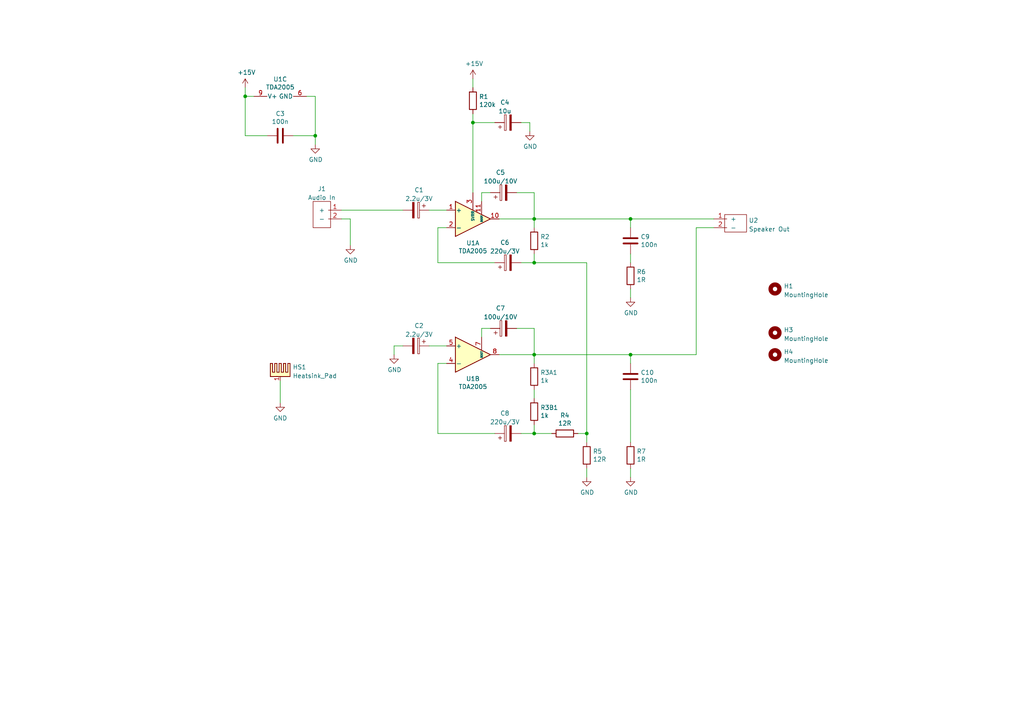
<source format=kicad_sch>
(kicad_sch (version 20231120) (generator "eeschema") (generator_version "8.0")
  (paper "A4")
  (lib_symbols
    (symbol "Amplifier_Audio:TDA2005" (pin_names (offset 0.127))
      (property "Reference" "U" (at 7.62 6.35 0))
      (property "Value" "TDA2005" (at 7.62 3.81 0))
      (symbol "TDA2005_1_1"
        (polyline (pts (xy -5.08 5.08) (xy 5.08 0) (xy -5.08 -5.08) (xy -5.08 5.08)) (stroke (width 0.254)) (fill (type background)))
        (pin input line (at -7.62 2.54 0) (length 2.54) (name "+") (number "1"))
        (pin output line (at 7.62 0 180) (length 2.54) (name "~") (number "10"))
        (pin passive line (at 2.54 5.08 270) (length 3.81) (name "BOOT") (number "11"))
        (pin input line (at -7.62 -2.54 0) (length 2.54) (name "-") (number "2"))
        (pin passive line (at 0 7.62 270) (length 5.08) (name "SVRR") (number "3"))
      )
      (symbol "TDA2005_2_1"
        (polyline (pts (xy -5.08 5.08) (xy 5.08 0) (xy -5.08 -5.08) (xy -5.08 5.08)) (stroke (width 0.254)) (fill (type background)))
        (pin input line (at -7.62 -2.54 0) (length 2.54) (name "-") (number "4"))
        (pin input line (at -7.62 2.54 0) (length 2.54) (name "+") (number "5"))
        (pin passive line (at 2.54 5.08 270) (length 3.81) (name "BOOT") (number "7"))
        (pin output line (at 7.62 0 180) (length 2.54) (name "~") (number "8"))
      )
      (symbol "TDA2005_3_1"
        (pin power_in line (at -2.54 -7.62 90) (length 3.81) (name "GND") (number "6"))
        (pin power_in line (at -2.54 7.62 270) (length 3.81) (name "V+") (number "9"))
      )
    )
    (symbol "Device:C" (pin_numbers hide) (pin_names (offset 0.254))
      (property "Reference" "C" (at 0.635 2.54 0))
      (property "Value" "C" (at 0.635 -2.54 0))
      (symbol "C_0_1"
        (polyline (pts (xy -2.032 -0.762) (xy 2.032 -0.762)) (stroke (width 0.508)))
        (polyline (pts (xy -2.032 0.762) (xy 2.032 0.762)) (stroke (width 0.508)))
      )
      (symbol "C_1_1"
        (pin passive line (at 0 3.81 270) (length 2.794) (name "~") (number "1"))
        (pin passive line (at 0 -3.81 90) (length 2.794) (name "~") (number "2"))
      )
    )
    (symbol "Device:C_Polarized" (pin_numbers hide) (pin_names (offset 0.254))
      (property "Reference" "C" (at 0.635 2.54 0))
      (property "Value" "C_Polarized" (at 0.635 -2.54 0))
      (symbol "C_Polarized_0_1"
        (rectangle (start -2.286 0.508) (end 2.286 1.016))
        (polyline (pts (xy -1.778 2.286) (xy -0.762 2.286)))
        (polyline (pts (xy -1.27 2.794) (xy -1.27 1.778)))
        (rectangle (start 2.286 -0.508) (end -2.286 -1.016) (fill (type outline)))
      )
      (symbol "C_Polarized_1_1"
        (pin passive line (at 0 3.81 270) (length 2.794) (name "~") (number "1"))
        (pin passive line (at 0 -3.81 90) (length 2.794) (name "~") (number "2"))
      )
    )
    (symbol "Device:R" (pin_numbers hide) (pin_names (offset 0))
      (property "Reference" "R" (at 2.032 0 90))
      (property "Value" "R" (at 0 0 90))
      (symbol "R_0_1"
        (rectangle (start -1.016 -2.54) (end 1.016 2.54) (stroke (width 0.254)))
      )
      (symbol "R_1_1"
        (pin passive line (at 0 3.81 270) (length 1.27) (name "~") (number "1"))
        (pin passive line (at 0 -3.81 90) (length 1.27) (name "~") (number "2"))
      )
    )
    (symbol "Mechanical:Heatsink_Pad" (pin_names (offset 0))
      (property "Reference" "HS" (at 0 5.715 0))
      (property "Value" "Heatsink_Pad" (at 0 3.81 0))
      (symbol "Heatsink_Pad_0_1"
        (polyline (pts (xy -0.3302 0) (xy -0.9652 0) (xy -0.9652 2.54) (xy -1.6002 2.54) (xy -1.6002 0) (xy -2.2352 0) (xy -2.2352 2.54) (xy -2.8702 2.54) (xy -2.8702 -1.27) (xy -0.9652 -1.27)) (stroke (width 0.254)) (fill (type background)))
        (polyline (pts (xy -0.3302 0) (xy -0.3302 2.54) (xy 0.3048 2.54) (xy 0.3048 0) (xy 0.9398 0) (xy 0.9398 2.54) (xy 1.5748 2.54) (xy 1.5748 0) (xy 2.2098 0) (xy 2.2098 2.54) (xy 2.8448 2.54) (xy 2.8448 -1.27) (xy -0.9652 -1.27)) (stroke (width 0.254)) (fill (type background)))
      )
      (symbol "Heatsink_Pad_1_1"
        (pin passive line (at 0 -2.54 90) (length 1.27) (name "~") (number "1"))
      )
    )
    (symbol "Mechanical:MountingHole" (pin_names (offset 1.016))
      (property "Reference" "H" (at 0 5.08 0))
      (property "Value" "MountingHole" (at 0 3.175 0))
      (symbol "MountingHole_0_1"
        (circle (center 0 0) (radius 1.27) (stroke (width 1.27)))
      )
    )
    (symbol "My_Headers:2-pin_Audio" (pin_names (offset 1.016))
      (property "Reference" "J" (at -0.635 6.35 0))
      (property "Value" "2-pin_Audio" (at 1.27 -4.445 0))
      (symbol "2-pin_Audio_0_1"
        (polyline (pts (xy -1.905 5.08) (xy 3.175 5.08) (xy 3.175 -2.54) (xy -1.905 -2.54) (xy -1.905 5.08)) (stroke (width 0.1524)))
      )
      (symbol "2-pin_Audio_1_1"
        (pin bidirectional line (at -5.08 2.54 0) (length 3.81) (name "+") (number "1"))
        (pin bidirectional line (at -5.08 0 0) (length 3.81) (name "-") (number "2"))
      )
    )
    (symbol "My_Parts:2-pole_power_in_screw_terminal" (pin_names (offset 1.016))
      (property "Reference" "U" (at 4.445 3.175 0))
      (property "Value" "2-pole_power_in_screw_terminal" (at 6.35 -5.715 0))
      (symbol "2-pole_power_in_screw_terminal_0_1"
        (rectangle (start 3.175 1.27) (end 9.525 -3.81))
      )
      (symbol "2-pole_power_in_screw_terminal_1_1"
        (pin power_in line (at 0 0 0) (length 3.81) (name "+") (number "1"))
        (pin power_in line (at 0 -2.54 0) (length 3.81) (name "-") (number "2"))
      )
    )
    (symbol "power:+15V" (power) (pin_names (offset 0))
      (property "Value" "+15V" (at 0 3.556 0))
      (symbol "+15V_0_1"
        (polyline (pts (xy -0.762 1.27) (xy 0 2.54)))
        (polyline (pts (xy 0 0) (xy 0 2.54)))
        (polyline (pts (xy 0 2.54) (xy 0.762 1.27)))
      )
      (symbol "+15V_1_1"
        (pin power_in line (at 0 0 90) (length 0) hide (name "+15V") (number "1"))
      )
    )
    (symbol "power:GND" (power) (pin_names (offset 0))
      (property "Value" "GND" (at 0 -3.81 0))
      (symbol "GND_0_1"
        (polyline (pts (xy 0 0) (xy 0 -1.27) (xy 1.27 -1.27) (xy 0 -2.54) (xy -1.27 -1.27) (xy 0 -1.27)))
      )
      (symbol "GND_1_1"
        (pin power_in line (at 0 0 270) (length 0) hide (name "GND") (number "1"))
      )
    )
  )
  (junction (at 182.88 102.87))
  (junction (at 91.44 39.37))
  (junction (at 170.18 125.73))
  (junction (at 182.88 63.5))
  (junction (at 154.94 76.2))
  (junction (at 154.94 102.87))
  (junction (at 71.12 27.94))
  (junction (at 154.94 125.73))
  (junction (at 137.16 35.56))
  (junction (at 154.94 63.5))
  (wire (pts (xy 170.18 138.43) (xy 170.18 135.89)))
  (wire (pts (xy 91.44 39.37) (xy 91.44 41.91)))
  (wire (pts (xy 127 125.73) (xy 127 105.41)))
  (wire (pts (xy 114.3 100.33) (xy 114.3 102.87)))
  (wire (pts (xy 182.88 76.2) (xy 182.88 73.66)))
  (wire (pts (xy 182.88 102.87) (xy 201.93 102.87)))
  (wire (pts (xy 154.94 63.5) (xy 144.78 63.5)))
  (wire (pts (xy 182.88 138.43) (xy 182.88 135.89)))
  (wire (pts (xy 88.9 27.94) (xy 91.44 27.94)))
  (wire (pts (xy 139.7 95.25) (xy 139.7 97.79)))
  (wire (pts (xy 154.94 66.04) (xy 154.94 63.5)))
  (wire (pts (xy 73.66 27.94) (xy 71.12 27.94)))
  (wire (pts (xy 154.94 125.73) (xy 160.02 125.73)))
  (wire (pts (xy 154.94 76.2) (xy 170.18 76.2)))
  (wire (pts (xy 142.24 55.88) (xy 139.7 55.88)))
  (wire (pts (xy 154.94 102.87) (xy 154.94 105.41)))
  (wire (pts (xy 154.94 115.57) (xy 154.94 113.03)))
  (wire (pts (xy 71.12 27.94) (xy 71.12 39.37)))
  (wire (pts (xy 91.44 27.94) (xy 91.44 39.37)))
  (wire (pts (xy 81.28 110.49) (xy 81.28 116.84)))
  (wire (pts (xy 129.54 66.04) (xy 127 66.04)))
  (wire (pts (xy 170.18 128.27) (xy 170.18 125.73)))
  (wire (pts (xy 151.13 125.73) (xy 154.94 125.73)))
  (wire (pts (xy 182.88 63.5) (xy 207.01 63.5)))
  (wire (pts (xy 129.54 60.96) (xy 124.46 60.96)))
  (wire (pts (xy 154.94 55.88) (xy 154.94 63.5)))
  (wire (pts (xy 71.12 27.94) (xy 71.12 25.4)))
  (wire (pts (xy 139.7 55.88) (xy 139.7 58.42)))
  (wire (pts (xy 154.94 102.87) (xy 182.88 102.87)))
  (wire (pts (xy 154.94 102.87) (xy 144.78 102.87)))
  (wire (pts (xy 182.88 128.27) (xy 182.88 113.03)))
  (wire (pts (xy 153.67 35.56) (xy 153.67 38.1)))
  (wire (pts (xy 127 66.04) (xy 127 76.2)))
  (wire (pts (xy 71.12 39.37) (xy 77.47 39.37)))
  (wire (pts (xy 137.16 33.02) (xy 137.16 35.56)))
  (wire (pts (xy 137.16 35.56) (xy 137.16 55.88)))
  (wire (pts (xy 182.88 86.36) (xy 182.88 83.82)))
  (wire (pts (xy 170.18 125.73) (xy 167.64 125.73)))
  (wire (pts (xy 170.18 76.2) (xy 170.18 125.73)))
  (wire (pts (xy 154.94 76.2) (xy 154.94 73.66)))
  (wire (pts (xy 201.93 66.04) (xy 207.01 66.04)))
  (wire (pts (xy 143.51 35.56) (xy 137.16 35.56)))
  (wire (pts (xy 182.88 105.41) (xy 182.88 102.87)))
  (wire (pts (xy 151.13 76.2) (xy 154.94 76.2)))
  (wire (pts (xy 182.88 66.04) (xy 182.88 63.5)))
  (wire (pts (xy 151.13 35.56) (xy 153.67 35.56)))
  (wire (pts (xy 154.94 123.19) (xy 154.94 125.73)))
  (wire (pts (xy 99.06 60.96) (xy 116.84 60.96)))
  (wire (pts (xy 143.51 125.73) (xy 127 125.73)))
  (wire (pts (xy 137.16 25.4) (xy 137.16 22.86)))
  (wire (pts (xy 127 105.41) (xy 129.54 105.41)))
  (wire (pts (xy 129.54 100.33) (xy 124.46 100.33)))
  (wire (pts (xy 149.86 95.25) (xy 154.94 95.25)))
  (wire (pts (xy 142.24 95.25) (xy 139.7 95.25)))
  (wire (pts (xy 91.44 39.37) (xy 85.09 39.37)))
  (wire (pts (xy 201.93 102.87) (xy 201.93 66.04)))
  (wire (pts (xy 101.6 63.5) (xy 99.06 63.5)))
  (wire (pts (xy 154.94 95.25) (xy 154.94 102.87)))
  (wire (pts (xy 127 76.2) (xy 143.51 76.2)))
  (wire (pts (xy 182.88 63.5) (xy 154.94 63.5)))
  (wire (pts (xy 149.86 55.88) (xy 154.94 55.88)))
  (wire (pts (xy 116.84 100.33) (xy 114.3 100.33)))
  (wire (pts (xy 101.6 63.5) (xy 101.6 71.12)))
  (symbol (lib_id "Amplifier_Audio:TDA2005") (at 137.16 63.5 0) (unit 1)
    (property "Reference" "U1" (at 137.16 70.485 0))
    (property "Value" "TDA2005" (at 137.16 72.7964 0))
    (property "Footprint" "My_Misc:TO-220-11_P3.4x5.08mm_StaggerOdd_Lead4.85mm_Vertical_large" (effects (hide yes)))
    (property "Datasheet" "EK#40352105" (effects (hide yes)))
  )
  (symbol (lib_id "Amplifier_Audio:TDA2005") (at 137.16 102.87 0) (unit 2)
    (property "Reference" "U1" (at 137.16 109.855 0))
    (property "Value" "TDA2005" (at 137.16 112.1664 0))
    (property "Footprint" "My_Misc:TO-220-11_P3.4x5.08mm_StaggerOdd_Lead4.85mm_Vertical_large" (effects (hide yes)))
    (property "Datasheet" "EK#40352105" (effects (hide yes)))
  )
  (symbol (lib_id "Amplifier_Audio:TDA2005") (at 81.28 25.4 90) (unit 3)
    (property "Reference" "U1" (at 81.28 22.987 90))
    (property "Value" "TDA2005" (at 81.28 25.2984 90))
    (property "Footprint" "My_Misc:TO-220-11_P3.4x5.08mm_StaggerOdd_Lead4.85mm_Vertical_large" (effects (hide yes)))
    (property "Datasheet" "EK#40352105" (effects (hide yes)))
  )
  (symbol (lib_id "power:GND") (at 114.3 102.87 0) (unit 1)
    (property "Reference" "#PWR0101" (effects (hide yes)))
    (property "Value" "GND" (at 114.427 107.2642 0))
  )
  (symbol (lib_id "power:+15V") (at 71.12 25.4 0) (unit 1)
    (property "Reference" "#PWR0102" (effects (hide yes)))
    (property "Value" "+15V" (at 71.501 21.0058 0))
  )
  (symbol (lib_id "Device:C") (at 81.28 39.37 270) (unit 1)
    (property "Reference" "C3" (at 81.28 32.9692 90))
    (property "Value" "100n" (at 81.28 35.2806 90))
    (property "Footprint" "My_Misc:C_Disc_D7.5mm_W2.5mm_P5.00mm_larger" (effects (hide yes)))
    (property "Datasheet" "EK#40512510" (effects (hide yes)))
  )
  (symbol (lib_id "power:GND") (at 91.44 41.91 0) (unit 1)
    (property "Reference" "#PWR0103" (effects (hide yes)))
    (property "Value" "GND" (at 91.567 46.3042 0))
  )
  (symbol (lib_id "Device:R") (at 137.16 29.21 0) (unit 1)
    (property "Reference" "R1" (at 138.938 28.0416 0) (effects (justify left)))
    (property "Value" "120k" (at 138.938 30.353 0) (effects (justify left)))
    (property "Footprint" "My_Misc:R_Axial_DIN0414_L11.9mm_D4.5mm_P15.24mm_Horizontal_larger" (effects (hide yes)))
    (property "Datasheet" "EK#40812049" (effects (hide yes)))
  )
  (symbol (lib_id "power:+15V") (at 137.16 22.86 0) (unit 1)
    (property "Reference" "#PWR0104" (effects (hide yes)))
    (property "Value" "+15V" (at 137.541 18.4658 0))
  )
  (symbol (lib_id "power:GND") (at 153.67 38.1 0) (unit 1)
    (property "Reference" "#PWR0105" (effects (hide yes)))
    (property "Value" "GND" (at 153.797 42.4942 0))
  )
  (symbol (lib_id "Device:R") (at 154.94 69.85 0) (unit 1)
    (property "Reference" "R2" (at 156.718 68.6816 0) (effects (justify left)))
    (property "Value" "1k" (at 156.718 70.993 0) (effects (justify left)))
    (property "Footprint" "My_Misc:R_Axial_DIN0414_L11.9mm_D4.5mm_P15.24mm_Horizontal_larger" (effects (hide yes)))
    (property "Datasheet" "EK#40812024" (effects (hide yes)))
  )
  (symbol (lib_id "Device:R") (at 154.94 109.22 0) (unit 1)
    (property "Reference" "R3A1" (at 156.718 108.0516 0) (effects (justify left)))
    (property "Value" "1k" (at 156.718 110.363 0) (effects (justify left)))
    (property "Footprint" "My_Misc:R_Axial_DIN0414_L11.9mm_D4.5mm_P15.24mm_Horizontal_larger" (effects (hide yes)))
    (property "Datasheet" "EK#40812024" (effects (hide yes)))
  )
  (symbol (lib_id "Device:R") (at 163.83 125.73 270) (unit 1)
    (property "Reference" "R4" (at 163.83 120.4722 90))
    (property "Value" "12R" (at 163.83 122.7836 90))
    (property "Footprint" "My_Misc:R_Axial_DIN0414_L11.9mm_D4.5mm_P15.24mm_Horizontal_larger" (effects (hide yes)))
    (property "Datasheet" "EK#40812001" (effects (hide yes)))
  )
  (symbol (lib_id "Device:R") (at 170.18 132.08 0) (unit 1)
    (property "Reference" "R5" (at 171.958 130.9116 0) (effects (justify left)))
    (property "Value" "12R" (at 171.958 133.223 0) (effects (justify left)))
    (property "Footprint" "My_Misc:R_Axial_DIN0414_L11.9mm_D4.5mm_P15.24mm_Horizontal_larger" (effects (hide yes)))
    (property "Datasheet" "EK#40812001" (effects (hide yes)))
  )
  (symbol (lib_id "power:GND") (at 170.18 138.43 0) (unit 1)
    (property "Reference" "#PWR0106" (effects (hide yes)))
    (property "Value" "GND" (at 170.307 142.8242 0))
  )
  (symbol (lib_id "Device:C") (at 182.88 69.85 0) (unit 1)
    (property "Reference" "C9" (at 185.801 68.6816 0) (effects (justify left)))
    (property "Value" "100n" (at 185.801 70.993 0) (effects (justify left)))
    (property "Footprint" "My_Misc:C_Disc_D7.5mm_W2.5mm_P5.00mm_larger" (effects (hide yes)))
    (property "Datasheet" "EK#40512510" (effects (hide yes)))
  )
  (symbol (lib_id "Device:R") (at 182.88 80.01 0) (unit 1)
    (property "Reference" "R6" (at 184.658 78.8416 0) (effects (justify left)))
    (property "Value" "1R" (at 184.658 81.153 0) (effects (justify left)))
    (property "Footprint" "My_Misc:R_Axial_DIN0414_L11.9mm_D4.5mm_P15.24mm_Horizontal_larger" (effects (hide yes)))
    (property "Datasheet" "EK#40812080" (effects (hide yes)))
  )
  (symbol (lib_id "power:GND") (at 182.88 86.36 0) (unit 1)
    (property "Reference" "#PWR0107" (effects (hide yes)))
    (property "Value" "GND" (at 183.007 90.7542 0))
  )
  (symbol (lib_id "Device:C") (at 182.88 109.22 0) (unit 1)
    (property "Reference" "C10" (at 185.801 108.0516 0) (effects (justify left)))
    (property "Value" "100n" (at 185.801 110.363 0) (effects (justify left)))
    (property "Footprint" "My_Misc:C_Disc_D7.5mm_W2.5mm_P5.00mm_larger" (effects (hide yes)))
    (property "Datasheet" "EK#40512510" (effects (hide yes)))
  )
  (symbol (lib_id "Device:R") (at 182.88 132.08 0) (unit 1)
    (property "Reference" "R7" (at 184.658 130.9116 0) (effects (justify left)))
    (property "Value" "1R" (at 184.658 133.223 0) (effects (justify left)))
    (property "Footprint" "My_Misc:R_Axial_DIN0414_L11.9mm_D4.5mm_P15.24mm_Horizontal_larger" (effects (hide yes)))
    (property "Datasheet" "EK#40812080" (effects (hide yes)))
  )
  (symbol (lib_id "power:GND") (at 182.88 138.43 0) (unit 1)
    (property "Reference" "#PWR0108" (effects (hide yes)))
    (property "Value" "GND" (at 183.007 142.8242 0))
  )
  (symbol (lib_id "power:GND") (at 101.6 71.12 0) (unit 1)
    (property "Reference" "#PWR0109" (effects (hide yes)))
    (property "Value" "GND" (at 101.727 75.5142 0))
  )
  (symbol (lib_id "Device:R") (at 154.94 119.38 0) (unit 1)
    (property "Reference" "R3B1" (at 156.718 118.2116 0) (effects (justify left)))
    (property "Value" "1k" (at 156.718 120.523 0) (effects (justify left)))
    (property "Footprint" "My_Misc:R_Axial_DIN0414_L11.9mm_D4.5mm_P15.24mm_Horizontal_larger" (effects (hide yes)))
    (property "Datasheet" "EK#40812024" (effects (hide yes)))
  )
  (symbol (lib_id "Device:C_Polarized") (at 120.65 100.33 270) (unit 1)
    (property "Reference" "C2" (at 121.539 94.4712 90))
    (property "Value" "2.2u{slash}3V" (at 121.539 97.0081 90))
    (property "Footprint" "My_Misc:CP_Radial_D5.0mm_P2.00mm_larger" (effects (hide yes)))
  )
  (symbol (lib_id "Device:C_Polarized") (at 147.32 76.2 90) (unit 1)
    (property "Reference" "C6" (at 146.431 70.3412 90))
    (property "Value" "220u{slash}3V" (at 146.431 72.8781 90))
    (property "Footprint" "My_Misc:CP_Radial_D10.0mm_P5.00mm_larger" (effects (hide yes)))
  )
  (symbol (lib_id "Device:C_Polarized") (at 147.32 125.73 90) (unit 1)
    (property "Reference" "C8" (at 146.431 119.8712 90))
    (property "Value" "220u{slash}3V" (at 146.431 122.4081 90))
    (property "Footprint" "My_Misc:CP_Radial_D10.0mm_P5.00mm_larger" (effects (hide yes)))
  )
  (symbol (lib_id "Mechanical:MountingHole") (at 224.79 96.52 0) (unit 1)
    (property "Reference" "H3" (at 227.33 95.6853 0) (effects (justify left)))
    (property "Value" "MountingHole" (at 227.33 98.2222 0) (effects (justify left)))
    (property "Footprint" "MountingHole:MountingHole_3.2mm_M3" (effects (hide yes)))
  )
  (symbol (lib_id "Mechanical:MountingHole") (at 224.79 83.82 0) (unit 1)
    (property "Reference" "H1" (at 227.33 82.9853 0) (effects (justify left)))
    (property "Value" "MountingHole" (at 227.33 85.5222 0) (effects (justify left)))
    (property "Footprint" "MountingHole:MountingHole_3.2mm_M3" (effects (hide yes)))
  )
  (symbol (lib_id "power:GND") (at 81.28 116.84 0) (unit 1)
    (property "Reference" "#PWR0110" (effects (hide yes)))
    (property "Value" "GND" (at 81.28 121.2834 0))
  )
  (symbol (lib_id "Mechanical:MountingHole") (at 224.79 102.87 0) (unit 1)
    (property "Reference" "H4" (at 227.33 102.0353 0) (effects (justify left)))
    (property "Value" "MountingHole" (at 227.33 104.5722 0) (effects (justify left)))
    (property "Footprint" "MountingHole:MountingHole_3.2mm_M3" (effects (hide yes)))
  )
  (symbol (lib_id "Device:C_Polarized") (at 120.65 60.96 270) (unit 1)
    (property "Reference" "C1" (at 121.539 55.1012 90))
    (property "Value" "2.2u{slash}3V" (at 121.539 57.6381 90))
    (property "Footprint" "My_Misc:CP_Radial_D5.0mm_P2.00mm_larger" (effects (hide yes)))
  )
  (symbol (lib_id "Device:C_Polarized") (at 147.32 35.56 90) (unit 1)
    (property "Reference" "C4" (at 146.431 29.7012 90))
    (property "Value" "10u" (at 146.431 32.2381 90))
    (property "Footprint" "My_Misc:CP_Radial_D5.0mm_P2.00mm_larger" (effects (hide yes)))
  )
  (symbol (lib_id "My_Parts:2-pole_power_in_screw_terminal") (at 207.01 63.5 0) (unit 1)
    (property "Reference" "U2" (at 217.17 63.9353 0) (effects (justify left)))
    (property "Value" "Speaker Out" (at 217.17 66.4722 0) (effects (justify left)))
    (property "Footprint" "My_Parts:2-pole_power_in_screw_terminal" (effects (hide yes)))
  )
  (symbol (lib_id "My_Headers:2-pin_Audio") (at 93.98 63.5 0) (mirror y) (unit 1)
    (property "Reference" "J1" (at 93.345 54.771 0))
    (property "Value" "Audio In" (at 93.345 57.3079 0))
    (property "Footprint" "My_Headers:2-pin JST Audio" (effects (hide yes)))
  )
  (symbol (lib_id "Mechanical:Heatsink_Pad") (at 81.28 107.95 0) (unit 1)
    (property "Reference" "HS1" (at 84.8868 106.4803 0) (effects (justify left)))
    (property "Value" "Heatsink_Pad" (at 84.8868 109.0172 0) (effects (justify left)))
    (property "Footprint" "My_Heatsinks:EK-41002859" (effects (hide yes)))
  )
  (symbol (lib_id "Device:C_Polarized") (at 146.05 55.88 90) (unit 1)
    (property "Reference" "C5" (at 145.161 50.0212 90))
    (property "Value" "100u{slash}10V" (at 145.161 52.5581 90))
    (property "Footprint" "My_Misc:CP_Radial_D8.0mm_P3.50mm_large" (effects (hide yes)))
  )
  (symbol (lib_id "Device:C_Polarized") (at 146.05 95.25 90) (unit 1)
    (property "Reference" "C7" (at 145.161 89.3912 90))
    (property "Value" "100u{slash}10V" (at 145.161 91.9281 90))
    (property "Footprint" "My_Misc:CP_Radial_D8.0mm_P3.50mm_large" (effects (hide yes)))
  )
)
</source>
